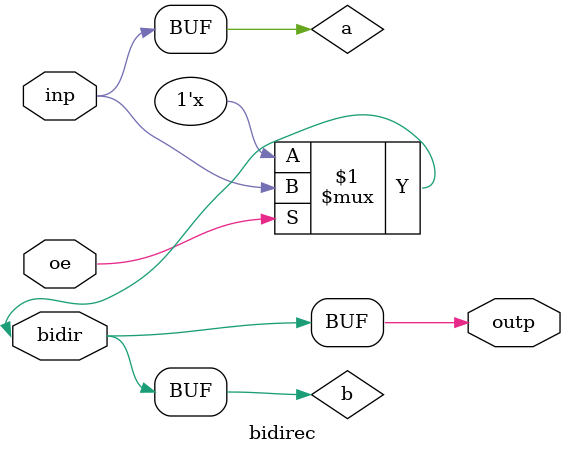
<source format=v>
/*
 *  PicoSoC - A simple example SoC using PicoRV32
 *
 *  Copyright (C) 2017  Claire Xenia Wolf <claire@yosyshq.com>
 *
 *  Permission to use, copy, modify, and/or distribute this software for any
 *  purpose with or without fee is hereby granted, provided that the above
 *  copyright notice and this permission notice appear in all copies.
 *
 *  THE SOFTWARE IS PROVIDED "AS IS" AND THE AUTHOR DISCLAIMS ALL WARRANTIES
 *  WITH REGARD TO THIS SOFTWARE INCLUDING ALL IMPLIED WARRANTIES OF
 *  MERCHANTABILITY AND FITNESS. IN NO EVENT SHALL THE AUTHOR BE LIABLE FOR
 *  ANY SPECIAL, DIRECT, INDIRECT, OR CONSEQUENTIAL DAMAGES OR ANY DAMAGES
 *  WHATSOEVER RESULTING FROM LOSS OF USE, DATA OR PROFITS, WHETHER IN AN
 *  ACTION OF CONTRACT, NEGLIGENCE OR OTHER TORTIOUS ACTION, ARISING OUT OF
 *  OR IN CONNECTION WITH THE USE OR PERFORMANCE OF THIS SOFTWARE.
 *
 */

`timescale 1 ns / 1 ps

//
// Simple SPI flash simulation model
//
// This model samples io input signals 1ns before the SPI clock edge and
// updates output signals 1ns after the SPI clock edge.
//
// Supported commands:
//    AB, B9, FF, 03, BB, EB, ED
//
// Well written SPI flash data sheets:
//    Cypress S25FL064L http://www.cypress.com/file/316661/download
//    Cypress S25FL128L http://www.cypress.com/file/316171/download
//
// SPI flash used on iCEBreaker board:
//    https://www.winbond.com/resource-files/w25q128jv%20dtr%20revb%2011042016.pdf
//

module w25q128 #(parameter firmware = "firmware.hex") (
	input csb,
	input clk,
	inout io0, // MOSI
	inout io1, // MISO
	inout io2,
	inout io3
);
	localparam verbose = 0;
	localparam integer latency = 8;

	reg [7:0] buffer;
	integer bitcount = 0;
	integer bytecount = 0;
	integer dummycount = 0;

	reg [7:0] spi_cmd;
	reg [7:0] xip_cmd = 0;
	reg [23:0] spi_addr;

	reg [7:0] spi_in;
	reg [7:0] spi_out;
	reg spi_io_vld;

	reg powered_up = 0;

	localparam [3:0] mode_spi         = 1;
	localparam [3:0] mode_dspi_rd     = 2;
	localparam [3:0] mode_dspi_wr     = 3;
	localparam [3:0] mode_qspi_rd     = 4;
	localparam [3:0] mode_qspi_wr     = 5;
	localparam [3:0] mode_qspi_ddr_rd = 6;
	localparam [3:0] mode_qspi_ddr_wr = 7;

	reg [3:0] mode = 0;
	reg [3:0] next_mode = 0;

	reg io0_oe = 0;
	reg io1_oe = 0;
	reg io2_oe = 0;
	reg io3_oe = 0;

	reg io0_dout = 0;
	reg io1_dout = 0;
	reg io2_dout = 0;
	reg io3_dout = 0;

	assign #1 io0 = io0_oe ? io0_dout : 1'bz;
	assign #1 io1 = io1_oe ? io1_dout : 1'bz;
	assign #1 io2 = io2_oe ? io2_dout : 1'bz;
	assign #1 io3 = io3_oe ? io3_dout : 1'bz;

	wire io0_delayed;
	wire io1_delayed;
	wire io2_delayed;
	wire io3_delayed;

	assign #1 io0_delayed = io0;
	assign #1 io1_delayed = io1;
	assign #1 io2_delayed = io2;
	assign #1 io3_delayed = io3;

	// 16 MB (128Mb) Flash
	reg [7:0] memory [0:16*1024*1024-1];

	reg [1023:0] firmware_file;
	initial begin
		// if (!$value$plusargs("firmware=%s", firmware_file))
		firmware_file = firmware;
		$readmemh(firmware, memory);
	end

	task spi_action;
		begin
			spi_in = buffer;

			if (bytecount == 1) begin
				spi_cmd = buffer;

				if (spi_cmd == 8'h ab)
					powered_up = 1;

				if (spi_cmd == 8'h b9)
					powered_up = 0;

				if (spi_cmd == 8'h ff)
					xip_cmd = 0;
			end

			if (powered_up && spi_cmd == 'h 03) begin
				if (bytecount == 2)
					spi_addr[23:16] = buffer;

				if (bytecount == 3)
					spi_addr[15:8] = buffer;

				if (bytecount == 4)
					spi_addr[7:0] = buffer;

				if (bytecount >= 4) begin
					buffer = memory[spi_addr];
					spi_addr = spi_addr + 1;
				end
			end

			if (powered_up && spi_cmd == 'h bb) begin
				if (bytecount == 1)
					mode = mode_dspi_rd;

				if (bytecount == 2)
					spi_addr[23:16] = buffer;

				if (bytecount == 3)
					spi_addr[15:8] = buffer;

				if (bytecount == 4)
					spi_addr[7:0] = buffer;

				if (bytecount == 5) begin
					xip_cmd = (buffer == 8'h a5) ? spi_cmd : 8'h 00;
					mode = mode_dspi_wr;
					dummycount = latency;
				end

				if (bytecount >= 5) begin
					buffer = memory[spi_addr];
					spi_addr = spi_addr + 1;
				end
			end

			if (powered_up && spi_cmd == 'h eb) begin
				if (bytecount == 1)
					mode = mode_qspi_rd;

				if (bytecount == 2)
					spi_addr[23:16] = buffer;

				if (bytecount == 3)
					spi_addr[15:8] = buffer;

				if (bytecount == 4)
					spi_addr[7:0] = buffer;

				if (bytecount == 5) begin
					xip_cmd = (buffer == 8'h a5) ? spi_cmd : 8'h 00;
					mode = mode_qspi_wr;
					dummycount = latency;
				end

				if (bytecount >= 5) begin
					buffer = memory[spi_addr];
					spi_addr = spi_addr + 1;
				end
			end

			if (powered_up && spi_cmd == 'h ed) begin
				if (bytecount == 1)
					next_mode = mode_qspi_ddr_rd;

				if (bytecount == 2)
					spi_addr[23:16] = buffer;

				if (bytecount == 3)
					spi_addr[15:8] = buffer;

				if (bytecount == 4)
					spi_addr[7:0] = buffer;

				if (bytecount == 5) begin
					xip_cmd = (buffer == 8'h a5) ? spi_cmd : 8'h 00;
					mode = mode_qspi_ddr_wr;
					dummycount = latency;
				end

				if (bytecount >= 5) begin
					buffer = memory[spi_addr];
					spi_addr = spi_addr + 1;
				end
			end

			spi_out = buffer;
			spi_io_vld = 1;

			if (verbose) begin
				if (bytecount == 1)
					$write("<SPI-START>");
				$write("<SPI:%02x:%02x>", spi_in, spi_out);
			end

		end
	endtask

	task ddr_rd_edge;
		begin
			buffer = {buffer, io3_delayed, io2_delayed, io1_delayed, io0_delayed};
			bitcount = bitcount + 4;
			if (bitcount == 8) begin
				bitcount = 0;
				bytecount = bytecount + 1;
				spi_action;
			end
		end
	endtask

	task ddr_wr_edge;
		begin
			io0_oe = 1;
			io1_oe = 1;
			io2_oe = 1;
			io3_oe = 1;

			io0_dout = buffer[4];
			io1_dout = buffer[5];
			io2_dout = buffer[6];
			io3_dout = buffer[7];

			buffer = {buffer, 4'h 0};
			bitcount = bitcount + 4;
			if (bitcount == 8) begin
				bitcount = 0;
				bytecount = bytecount + 1;
				spi_action;
			end
		end
	endtask

	always @(csb) begin
		if (csb) begin
			if (verbose) begin
				$display("");
				$fflush;
			end
			buffer = 0;
			bitcount = 0;
			bytecount = 0;
			mode = mode_spi;
			io0_oe = 0;
			io1_oe = 0;
			io2_oe = 0;
			io3_oe = 0;
		end else
		if (xip_cmd) begin
			buffer = xip_cmd;
			bitcount = 0;
			bytecount = 1;
			spi_action;
		end
	end

	always @(csb, clk) begin
		spi_io_vld = 0;
		if (!csb && !clk) begin
			if (dummycount > 0) begin
				io0_oe = 0;
				io1_oe = 0;
				io2_oe = 0;
				io3_oe = 0;
			end else
			case (mode)
				mode_spi: begin
					io0_oe = 0;
					io1_oe = 1;
					io2_oe = 0;
					io3_oe = 0;
					io1_dout = buffer[7];
				end
				mode_dspi_rd: begin
					io0_oe = 0;
					io1_oe = 0;
					io2_oe = 0;
					io3_oe = 0;
				end
				mode_dspi_wr: begin
					io0_oe = 1;
					io1_oe = 1;
					io2_oe = 0;
					io3_oe = 0;
					io0_dout = buffer[6];
					io1_dout = buffer[7];
				end
				mode_qspi_rd: begin
					io0_oe = 0;
					io1_oe = 0;
					io2_oe = 0;
					io3_oe = 0;
				end
				mode_qspi_wr: begin
					io0_oe = 1;
					io1_oe = 1;
					io2_oe = 1;
					io3_oe = 1;
					io0_dout = buffer[4];
					io1_dout = buffer[5];
					io2_dout = buffer[6];
					io3_dout = buffer[7];
				end
				mode_qspi_ddr_rd: begin
					ddr_rd_edge;
				end
				mode_qspi_ddr_wr: begin
					ddr_wr_edge;
				end
			endcase
			if (next_mode) begin
				case (next_mode)
					mode_qspi_ddr_rd: begin
						io0_oe = 0;
						io1_oe = 0;
						io2_oe = 0;
						io3_oe = 0;
					end
					mode_qspi_ddr_wr: begin
						io0_oe = 1;
						io1_oe = 1;
						io2_oe = 1;
						io3_oe = 1;
						io0_dout = buffer[4];
						io1_dout = buffer[5];
						io2_dout = buffer[6];
						io3_dout = buffer[7];
					end
				endcase
				mode = next_mode;
				next_mode = 0;
			end
		end
	end

	always @(posedge clk) begin
		if (!csb) begin
			if (dummycount > 0) begin
				dummycount = dummycount - 1;
			end else
			case (mode)
				mode_spi: begin
					buffer = {buffer, io0};
					bitcount = bitcount + 1;
					if (bitcount == 8) begin
						bitcount = 0;
						bytecount = bytecount + 1;
						spi_action;
					end
				end
				mode_dspi_rd, mode_dspi_wr: begin
					buffer = {buffer, io1, io0};
					bitcount = bitcount + 2;
					if (bitcount == 8) begin
						bitcount = 0;
						bytecount = bytecount + 1;
						spi_action;
					end
				end
				mode_qspi_rd, mode_qspi_wr: begin
					buffer = {buffer, io3, io2, io1, io0};
					bitcount = bitcount + 4;
					if (bitcount == 8) begin
						bitcount = 0;
						bytecount = bytecount + 1;
						spi_action;
					end
				end
				mode_qspi_ddr_rd: begin
					ddr_rd_edge;
				end
				mode_qspi_ddr_wr: begin
					ddr_wr_edge;
				end
			endcase
		end
	end
endmodule

// Port Declaration
module bidirec(
    input   oe,
    input   inp,
    output  outp,
    inout   bidir);

reg     a;
reg     b;

assign bidir = oe ? a : 1'bZ ;
assign outp  = b;

// Always Construct
//  the always block is now sensitive to all changes in the input signals (oe, inp, bidir). This makes the module combinational, as it does not have a clock edge-triggered process. The always @* construct is used to infer a combinational logic block.
always @*
begin
    b <= bidir;
    a <= inp;
end

endmodule


</source>
